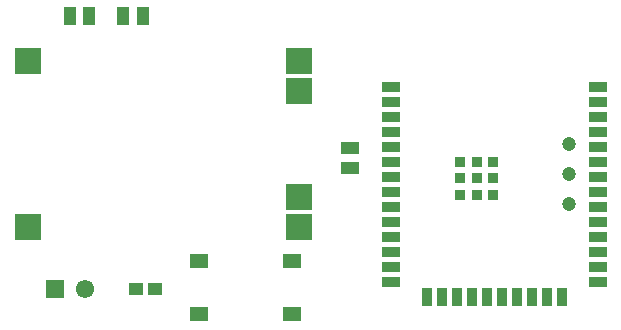
<source format=gts>
G04*
G04 #@! TF.GenerationSoftware,Altium Limited,Altium Designer,23.4.1 (23)*
G04*
G04 Layer_Color=8388736*
%FSLAX44Y44*%
%MOMM*%
G71*
G04*
G04 #@! TF.SameCoordinates,0DB361A5-78C8-4FEA-9A46-C3B996989F44*
G04*
G04*
G04 #@! TF.FilePolarity,Negative*
G04*
G01*
G75*
%ADD14R,1.5500X1.3000*%
%ADD17R,0.9000X0.9000*%
%ADD18R,1.5000X0.9000*%
%ADD19R,0.9000X1.5000*%
%ADD21R,1.2084X1.0121*%
%ADD22R,2.2032X2.2032*%
%ADD23R,1.5532X1.0532*%
%ADD24R,1.0532X1.5532*%
%ADD25C,1.2032*%
%ADD26C,2.2032*%
%ADD27R,1.5500X1.5500*%
%ADD28C,1.5500*%
D14*
X171070Y59330D02*
D03*
X250570D02*
D03*
X171070Y14330D02*
D03*
X250570D02*
D03*
D17*
X420770Y143810D02*
D03*
Y129810D02*
D03*
Y115810D02*
D03*
X392770D02*
D03*
Y129810D02*
D03*
Y143810D02*
D03*
X406770Y115810D02*
D03*
Y129810D02*
D03*
Y143810D02*
D03*
D18*
X509270Y207010D02*
D03*
Y194310D02*
D03*
Y181610D02*
D03*
Y168910D02*
D03*
Y156210D02*
D03*
Y143510D02*
D03*
Y130810D02*
D03*
Y118110D02*
D03*
Y105410D02*
D03*
Y92710D02*
D03*
Y80010D02*
D03*
Y67310D02*
D03*
Y54610D02*
D03*
Y41910D02*
D03*
X334270D02*
D03*
Y54610D02*
D03*
Y67310D02*
D03*
Y80010D02*
D03*
Y92710D02*
D03*
Y105410D02*
D03*
Y118110D02*
D03*
Y130810D02*
D03*
Y143510D02*
D03*
Y156210D02*
D03*
Y168910D02*
D03*
Y181610D02*
D03*
Y194310D02*
D03*
Y207010D02*
D03*
D19*
X478920Y29410D02*
D03*
X466220D02*
D03*
X453520D02*
D03*
X440820D02*
D03*
X428120D02*
D03*
X415420D02*
D03*
X402720D02*
D03*
X390020D02*
D03*
X377320D02*
D03*
X364620D02*
D03*
D21*
X134147Y35560D02*
D03*
X118110D02*
D03*
D22*
X256540Y114043D02*
D03*
X26540Y228643D02*
D03*
Y88643D02*
D03*
X256540Y228643D02*
D03*
Y203242D02*
D03*
Y88643D02*
D03*
D23*
X299720Y138430D02*
D03*
Y154930D02*
D03*
D24*
X107320Y266700D02*
D03*
X123820D02*
D03*
X62230D02*
D03*
X78730D02*
D03*
D25*
X485140Y107950D02*
D03*
X485090Y133400D02*
D03*
X485140Y158750D02*
D03*
D26*
X256540Y203242D02*
D03*
X26540Y88643D02*
D03*
Y228643D02*
D03*
X256540D02*
D03*
Y88643D02*
D03*
Y114043D02*
D03*
D27*
X49730Y36000D02*
D03*
D28*
X74730D02*
D03*
M02*

</source>
